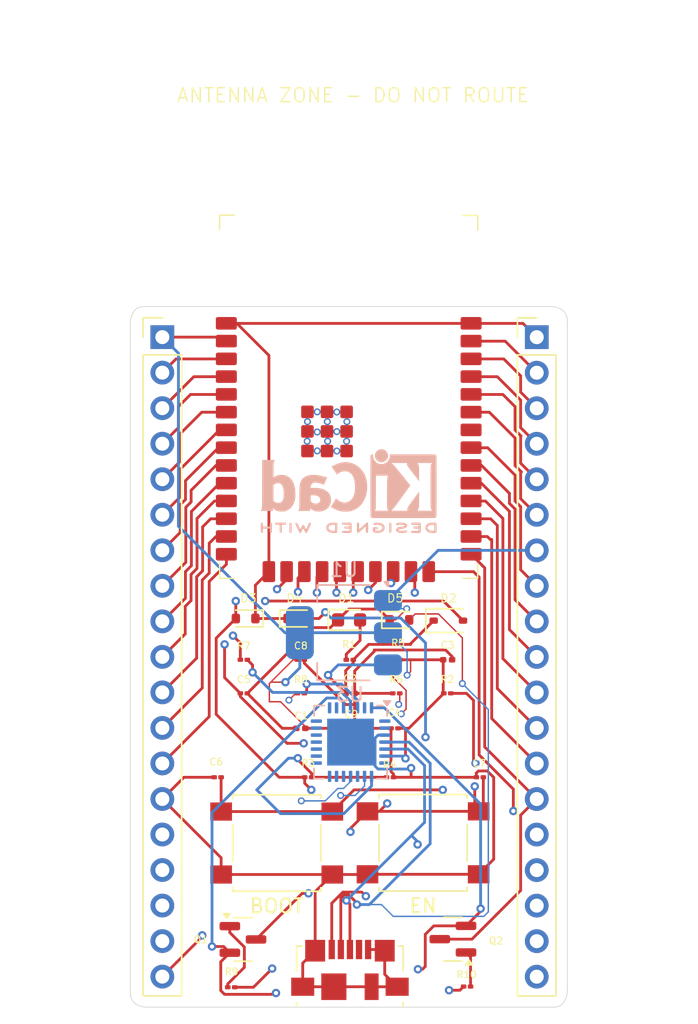
<source format=kicad_pcb>
(kicad_pcb (version 20241229) (generator "pcbnew") (generator_version "9.0")
  (layers (0 "F.Cu" signal) (4 "In1.Cu" signal) (6 "In2.Cu" signal) (2 "B.Cu" signal) (13 "F.Paste" user) (15 "B.Paste" user) (5 "F.SilkS" user "F.Silkscreen") (7 "B.SilkS" user "B.Silkscreen") (1 "F.Mask" user) (3 "B.Mask" user) (25 "Edge.Cuts" user))
  (net 0 "")
  (net 1 "GND")
  (net 2 "/VDD33")
  (net 3 "/EXT_5V")
  (net 4 "/EN")
  (net 6 "Net-(D1-A)")
  (net 7 "/VBUS")
  (net 8 "/USB_DN")
  (net 9 "/USB_DP")
  (net 10 "/SD2")
  (net 11 "/SENSOR_VP")
  (net 12 "/IO35")
  (net 13 "/IO12")
  (net 14 "/IO14")
  (net 15 "/IO25")
  (net 16 "/IO32")
  (net 17 "/IO34")
  (net 18 "/SD3")
  (net 19 "/SENSOR_VN")
  (net 20 "/IO33")
  (net 21 "/CMD")
  (net 22 "/IO26")
  (net 23 "/IO27")
  (net 24 "/IO13")
  (net 25 "/SD0")
  (net 26 "/TXD0")
  (net 27 "/IO19")
  (net 28 "/IO22")
  (net 29 "/IO2")
  (net 30 "/IO23")
  (net 31 "/IO15")
  (net 32 "/IO0")
  (net 33 "/IO17")
  (net 34 "/IO16")
  (net 35 "/IO18")
  (net 36 "/SD1")
  (net 37 "/IO4")
  (net 38 "/IO21")
  (net 39 "/CLK")
  (net 40 "/IO5")
  (net 41 "/RXD0")
  (net 43 "/RTS")
  (net 44 "Net-(Q1-B)")
  (net 45 "Net-(Q2-B)")
  (net 46 "/DTR")
  (net 47 "Net-(U3-VBUS)")
  (net 48 "Net-(U3-~{RST})")
  (net 49 "Net-(U3-~{SUSPEND})")
  (net 50 "/RXD")
  (net 51 "/TXD")
  (footprint "Resistor_SMD:R_01005_0402Metric" (layer "F.Cu") (at 104.2376 121.4628)
    (property "Reference" "R10")
    (property "Value" "10K(5%)" (hide yes))
  )
  (footprint "Resistor_SMD:R_01005_0402Metric" (layer "F.Cu") (at 95.85 98.1 180)
    (property "Reference" "R1")
    (property "Value" "2K(5%)" (hide yes))
  )
  (footprint "Connector_USB:USB_Micro-B_Molex_47346-0001" (layer "F.Cu") (at 95.8625 120.275)
    (property "Reference" "J3" (hide yes))
    (property "Value" "USB_B_Micro" (hide yes))
  )
  (footprint "Diode_SMD:D_SOD-523" (layer "F.Cu") (at 99.4 95.25)
    (property "Reference" "D5")
    (property "Value" "D_TVS" (hide yes))
  )
  (footprint "Capacitor_SMD:C_01005_0402Metric" (layer "F.Cu") (at 105.15 106.5 180)
    (property "Reference" "C7")
    (property "Value" "0.1uF/50V(10%)" (hide yes))
  )
  (footprint "Resistor_SMD:R_01005_0402Metric" (layer "F.Cu") (at 99.2 98.1 180)
    (property "Reference" "R5")
    (property "Value" "2K(5%)" (hide yes))
  )
  (footprint "Diode_SMD:D_SOD-523" (layer "F.Cu") (at 88.4032 95.1484 180)
    (property "Reference" "D3")
    (property "Value" "D_TVS" (hide yes))
  )
  (footprint "Diode_SMD:D_SOD-323" (layer "F.Cu") (at 102.9 95.3)
    (property "Reference" "D2")
    (property "Value" "D_Schottky" (hide yes))
  )
  (footprint "Button_Switch_SMD:SW_SPST_B3S-1000" (layer "F.Cu") (at 90.6272 111.2012 180)
    (property "Reference" "BOOT")
    (property "Value" "SW_Push" (hide yes))
  )
  (footprint "Resistor_SMD:R_01005_0402Metric" (layer "F.Cu") (at 92.8794 106.5)
    (property "Reference" "R3")
    (property "Value" "22.1K(1%)" (hide yes))
  )
  (footprint "Resistor_SMD:R_01005_0402Metric" (layer "F.Cu") (at 98.725 106.5 180)
    (property "Reference" "R4")
    (property "Value" "47.5K(1%)" (hide yes))
  )
  (footprint "Resistor_SMD:R_01005_0402Metric" (layer "F.Cu") (at 92.35 100.5)
    (property "Reference" "R8")
    (property "Value" "0R(5%)" (hide yes))
  )
  (footprint "Capacitor_SMD:C_01005_0402Metric" (layer "F.Cu") (at 95.95 103)
    (property "Reference" "C9")
    (property "Value" "10uF/10V(20%)" (hide yes))
  )
  (footprint "Connector_PinHeader_2.54mm:PinHeader_1x19_P2.54mm_Vertical" (layer "F.Cu") (at 82.4484 75.0316)
    (property "Reference" "J1" (hide yes))
    (property "Value" "Conn_01x19_Pin" (hide yes))
  )
  (footprint "Capacitor_SMD:C_01005_0402Metric" (layer "F.Cu") (at 99.05 103 180)
    (property "Reference" "C4")
    (property "Value" "0.1uF/50V(10%)" (hide yes))
  )
  (footprint "Resistor_SMD:R_01005_0402Metric" (layer "F.Cu") (at 102.825 100.5)
    (property "Reference" "R2")
    (property "Value" "10K(5%)" (hide yes))
  )
  (footprint "Capacitor_SMD:C_0201_0603Metric" (layer "F.Cu") (at 102.85 98.1)
    (property "Reference" "C3")
    (property "Value" "22uF/10V(20%)" (hide yes))
  )
  (footprint "Capacitor_SMD:C_0201_0603Metric" (layer "F.Cu") (at 92.35 103 180)
    (property "Reference" "C1")
    (property "Value" "22uF/10V(20%)" (hide yes))
  )
  (footprint "Capacitor_SMD:C_01005_0402Metric" (layer "F.Cu") (at 88.275 100.5)
    (property "Reference" "C5")
    (property "Value" "0.1uF/50V(10%)" (hide yes))
  )
  (footprint "Diode_SMD:D_SOD-523" (layer "F.Cu") (at 92.1 95.1484)
    (property "Reference" "D4")
    (property "Value" "D_TVS" (hide yes))
  )
  (footprint "Resistor_SMD:R_01005_0402Metric" (layer "F.Cu") (at 87.376 121.5136 180)
    (property "Reference" "R9")
    (property "Value" "10K(5%)" (hide yes))
  )
  (footprint "Capacitor_SMD:C_01005_0402Metric" (layer "F.Cu") (at 92.35 98.1)
    (property "Reference" "C8")
    (property "Value" "0.1uF/50V(10%)" (hide yes))
  )
  (footprint "Resistor_SMD:R_01005_0402Metric" (layer "F.Cu") (at 99.175 100.5)
    (property "Reference" "R6")
    (property "Value" "10K(5%)" (hide yes))
  )
  (footprint "LED_SMD:LED_0603_1608Metric" (layer "F.Cu") (at 95.8 95.25)
    (property "Reference" "D1")
    (property "Value" "LED" (hide yes))
  )
  (footprint "Package_TO_SOT_SMD:SOT-23" (layer "F.Cu") (at 103.2256 118.0733 180)
    (property "Reference" "Q2")
    (property "Value" "SS8050" (hide yes))
  )
  (footprint "Button_Switch_SMD:SW_SPST_B3S-1000" (layer "F.Cu") (at 101.092 111.1864 180)
    (property "Reference" "EN")
    (property "Value" "SW_Push" (hide yes))
  )
  (footprint "esp32:Untitled" (layer "F.Cu") (at 95.775 79.055)
    (property "Reference" "U2" (hide yes))
    (property "Value" "~" (hide yes))
  )
  (footprint "Resistor_SMD:R_01005_0402Metric" (layer "F.Cu") (at 88.275 98.1)
    (property "Reference" "R7")
    (property "Value" "0R(5%)" (hide yes))
  )
  (footprint "Capacitor_SMD:C_0201_0603Metric" (layer "F.Cu") (at 95.88 100.5)
    (property "Reference" "C2")
    (property "Value" "22uF/10V(20%)" (hide yes))
  )
  (footprint "Package_TO_SOT_SMD:SOT-23" (layer "F.Cu") (at 88.2119 118.0948)
    (property "Reference" "Q1")
    (property "Value" "SS8050" (hide yes))
  )
  (footprint "Connector_PinHeader_2.54mm:PinHeader_1x19_P2.54mm_Vertical" (layer "F.Cu") (at 109.22 75.0366)
    (property "Reference" "J2" (hide yes))
    (property "Value" "Conn_01x19_Pin" (hide yes))
  )
  (footprint "Capacitor_SMD:C_01005_0402Metric" (layer "F.Cu") (at 86.4 106.5 180)
    (property "Reference" "C6")
    (property "Value" "0.1uF/50V(10%)" (hide yes))
  )
  (footprint "Package_TO_SOT_SMD:SOT-223-3_TabPin2" (layer "B.Cu") (at 95.4322 96.1644 180)
    (property "Reference" "U1")
    (property "Value" "AMS1117-3.3")
  )
  (footprint "Package_DFN_QFN:QFN-28-1EP_5x5mm_P0.5mm_EP3.35x3.35mm" (layer "B.Cu") (at 95.908 103.9852 180)
    (property "Reference" "U3")
    (property "Value" "CP2102N-Axx-xQFN28")
  )
  (footprint "Symbol:KiCad-Logo2_5mm_SilkScreen" (layer "B.Cu") (at 95.775 86.025 180)
    (property "Reference" "REF**" (hide yes))
    (property "Value" "KiCad-Logo2_5mm_SilkScreen" (hide yes))
  )
  (gr_curve (pts (xy 110.3884 122.936) (xy 111.4044 122.936) (xy 111.4044 121.8184) (xy 111.4044 121.7676)) (stroke (width 0.05)) (layer "Edge.Cuts"))
  (gr_line (start 110.3884 122.936) (end 81.3308 122.936) (stroke (width 0.05)) (layer "Edge.Cuts"))
  (gr_line (start 80.1624 121.92) (end 80.1624 74.0156) (stroke (width 0.05)) (layer "Edge.Cuts"))
  (gr_curve (pts (xy 81.1784 72.8472) (xy 80.1624 72.8472) (xy 80.1624 73.9648) (xy 80.1624 74.0156)) (stroke (width 0.05)) (layer "Edge.Cuts"))
  (gr_curve (pts (xy 80.1624 121.92) (xy 80.1624 122.936) (xy 81.28 122.936) (xy 81.3308 122.936)) (stroke (width 0.05)) (layer "Edge.Cuts"))
  (gr_curve (pts (xy 111.4044 73.8632) (xy 111.4044 72.8472) (xy 110.2868 72.8472) (xy 110.236 72.8472)) (stroke (width 0.05)) (layer "Edge.Cuts"))
  (gr_line (start 111.4044 73.8632) (end 111.4044 121.7676) (stroke (width 0.05)) (layer "Edge.Cuts"))
  (gr_line (start 81.1784 72.8472) (end 110.236 72.8472) (stroke (width 0.05)) (layer "Edge.Cuts"))
  (segment (start 89.1032 95.1484) (end 91.4 95.1484) (width 0.2) (layer "F.Cu") (net 1))
  (segment (start 105.682824 106.049) (end 105.051 106.049) (width 0.2) (layer "F.Cu") (net 1))
  (segment (start 88.525 100.5) (end 91.4 97.625) (width 0.2) (layer "F.Cu") (net 1))
  (segment (start 92.4875 121.475) (end 92.4875 119.7875) (width 0.2) (layer "F.Cu") (net 1))
  (segment (start 98.8 106.091176) (end 98.975 106.266176) (width 0.2) (layer "F.Cu") (net 1))
  (segment (start 93.375 118.9) (end 93.375 114.6784) (width 0.2) (layer "F.Cu") (net 1))
  (segment (start 95.7885 94.474) (end 95.0125 95.25) (width 0.2) (layer "F.Cu") (net 1))
  (segment (start 97.6 97.5) (end 96.2 98.9) (width 0.2) (layer "F.Cu") (net 1))
  (segment (start 97.1625 118.815) (end 98.265 118.815) (width 0.2) (layer "F.Cu") (net 1))
  (segment (start 104.9 106.2) (end 104.9 106.5) (width 0.2) (layer "F.Cu") (net 1))
  (segment (start 98.975 106.5) (end 100.3 106.5) (width 0.2) (layer "F.Cu") (net 1))
  (segment (start 105.051 106.049) (end 104.9 106.2) (width 0.2) (layer "F.Cu") (net 1))
  (segment (start 89.1032 92.7676) (end 90.0688 91.802) (width 0.2) (layer "F.Cu") (net 1))
  (segment (start 91.4 97.625) (end 91.4 95.1484) (width 0.2) (layer "F.Cu") (net 1))
  (segment (start 89.1032 95.1484) (end 89.1032 92.7676) (width 0.2) (layer "F.Cu") (net 1))
  (segment (start 97.6 97.4) (end 97.6 97.5) (width 0.2) (layer "F.Cu") (net 1))
  (segment (start 99.123235 95.25) (end 99.92307 94.450165) (width 0.1) (layer "F.Cu") (net 1))
  (segment (start 98.8 103) (end 98.8 106.091176) (width 0.2) (layer "F.Cu") (net 1))
  (segment (start 96.2 101.3) (end 96.2 103) (width 0.2) (layer "F.Cu") (net 1))
  (segment (start 98.7 95.25) (end 97.924 94.474) (width 0.2) (layer "F.Cu") (net 1))
  (segment (start 103.17 98.1) (end 103.17 97.87) (width 0.2) (layer "F.Cu") (net 1))
  (segment (start 98.35 118.9) (end 98.35 120.5875) (width 0.2) (layer "F.Cu") (net 1))
  (segment (start 104.5288 74.052) (end 87.0288 74.052) (width 0.2) (layer "F.Cu") (net 1))
  (segment (start 86.6522 112.2554) (end 82.4484 108.0516) (width 0.2) (layer "F.Cu") (net 1))
  (segment (start 92.5 95.7994) (end 92.051 95.7994) (width 0.2) (layer "F.Cu") (net 1))
  (segment (start 94.4631 95.7994) (end 92.5 95.7994) (width 0.2) (layer "F.Cu") (net 1))
  (segment (start 105.067 113.4364) (end 106.143 112.3604) (width 0.2) (layer "F.Cu") (net 1))
  (segment (start 94.6022 113.4512) (end 97.1022 113.4512) (width 0.2) (layer "F.Cu") (net 1))
  (segment (start 98.8 103) (end 96.2 103) (width 0.2) (layer "F.Cu") (net 1))
  (segment (start 97.924 94.474) (end 95.7885 94.474) (width 0.2) (layer "F.Cu") (net 1))
  (segment (start 92.051 95.7994) (end 91.4 95.1484) (width 0.2) (layer "F.Cu") (net 1))
  (segment (start 100.235027 106.435027) (end 100.3 106.5) (width 0.2) (layer "F.Cu") (net 1))
  (segment (start 91.025 103) (end 88.525 100.5) (width 0.2) (layer "F.Cu") (net 1))
  (segment (start 90.0688 76.342001) (end 87.778799 74.052) (width 0.2) (layer "F.Cu") (net 1))
  (segment (start 94.6022 113.4512) (end 86.6522 113.4512) (width 0.2) (layer "F.Cu") (net 1))
  (segment (start 97.1022 113.4512) (end 97.117 113.4364) (width 0.2) (layer "F.Cu") (net 1))
  (segment (start 99.2375 121.475) (end 97.4125 121.475) (width 0.2) (layer "F.Cu") (net 1))
  (segment (start 84 106.5) (end 82.4484 108.0516) (width 0.2) (layer "F.Cu") (net 1))
  (segment (start 90.0688 91.802) (end 90.0688 76.342001) (width 0.2) (layer "F.Cu") (net 1))
  (segment (start 108.2354 74.052) (end 104.5288 74.052) (width 0.2) (layer "F.Cu") (net 1))
  (segment (start 94.7125 121.475) (end 92.4875 121.475) (width 0.2) (layer "F.Cu") (net 1))
  (segment (start 96.2 98.9) (end 96.2 100.5) (width 0.2) (layer "F.Cu") (net 1))
  (segment (start 86.15 106.5) (end 84 106.5) (width 0.2) (layer "F.Cu") (net 1))
  (segment (start 93.375 114.6784) (end 94.6022 113.4512) (width 0.2) (layer "F.Cu") (net 1))
  (segment (start 97.117 113.4364) (end 105.067 113.4364) (width 0.2) (layer "F.Cu") (net 1))
  (segment (start 92.6 98.33987) (end 95.56013 101.3) (width 0.2) (layer "F.Cu") (net 1))
  (segment (start 98.7 95.25) (end 99.123235 95.25) (width 0.1) (layer "F.Cu") (net 1))
  (segment (start 100.235027 105.843097) (end 100.235027 106.435027) (width 0.2) (layer "F.Cu") (net 1))
  (segment (start 109.22 75.0366) (end 108.2354 74.052) (width 0.2) (layer "F.Cu") (net 1))
  (segment (start 98.265 118.815) (end 98.35 118.9) (width 0.2) (layer "F.Cu") (net 1))
  (segment (start 98.35 120.5875) (end 99.2375 121.475) (width 0.2) (layer "F.Cu") (net 1))
  (segment (start 95.0125 95.25) (end 94.4631 95.7994) (width 0.2) (layer "F.Cu") (net 1))
  (segment (start 92.03 103) (end 91.025 103) (width 0.2) (layer "F.Cu") (net 1))
  (segment (start 86.6522 113.4512) (end 86.6522 112.2554) (width 0.2) (layer "F.Cu") (net 1))
  (segment (start 103.17 97.87) (end 102.7 97.4) (width 0.2) (layer "F.Cu") (net 1))
  (segment (start 102.7 97.4) (end 97.6 97.4) (width 0.2) (layer "F.Cu") (net 1))
  (segment (start 92.6 98.1) (end 92.6 98.33987) (width 0.2) (layer "F.Cu") (net 1))
  (segment (start 95.56013 101.3) (end 96.2 101.3) (width 0.2) (layer "F.Cu") (net 1))
  (segment (start 96.2 100.5) (end 96.2 101.3) (width 0.2) (layer "F.Cu") (net 1))
  (segment (start 106.143 106.509176) (end 105.682824 106.049) (width 0.2) (layer "F.Cu") (net 1))
  (segment (start 96.2 100.5) (end 98.925 100.5) (width 0.2) (layer "F.Cu") (net 1))
  (segment (start 106.143 112.3604) (end 106.143 106.509176) (width 0.2) (layer "F.Cu") (net 1))
  (segment (start 98.975 106.266176) (end 98.975 106.5) (width 0.2) (layer "F.Cu") (net 1))
  (segment (start 92.6 95.8994) (end 92.5 95.7994) (width 0.2) (layer "F.Cu") (net 1))
  (segment (start 92.6 98.1) (end 92.6 95.8994) (width 0.2) (layer "F.Cu") (net 1))
  (segment (start 87.778799 74.052) (end 87.0288 74.052) (width 0.2) (layer "F.Cu") (net 1))
  (segment (start 92.4875 119.7875) (end 93.375 118.9) (width 0.2) (layer "F.Cu") (net 1))
  (segment (start 97.4125 121.475) (end 94.7125 121.475) (width 0.2) (layer "F.Cu") (net 1))
  (segment (start 100.3 106.5) (end 104.9 106.5) (width 0.2) (layer "F.Cu") (net 1))
  (via (at 100.235027 105.843097) (size 0.6) (drill 0.3) (layers "F.Cu" "B.Cu") (net 1))
  (via (at 99.92307 94.450165) (size 0.5) (drill 0.3) (layers "F.Cu" "B.Cu") (net 1))
  (segment (start 99.167965 94.450165) (end 98.5822 93.8644) (width 0.1) (layer "B.Cu") (net 1))
  (segment (start 97.657 103.70533) (end 97.657 105.699998) (width 0.2) (layer "B.Cu") (net 1))
  (segment (start 98.358 103.4852) (end 97.87713 103.4852) (width 0.2) (layer "B.Cu") (net 1))
  (segment (start 98.5822 93.8644) (end 102.17 90.2766) (width 0.2) (layer "B.Cu") (net 1))
  (segment (start 102.17 90.2766) (end 109.22 90.2766) (width 0.2) (layer "B.Cu") (net 1))
  (segment (start 97.868202 105.9112) (end 100.166924 105.9112) (width 0.2) (layer "B.Cu") (net 1))
  (segment (start 100.166924 105.9112) (end 100.235027 105.843097) (width 0.2) (layer "B.Cu") (net 1))
  (segment (start 99.92307 94.450165) (end 99.167965 94.450165) (width 0.1) (layer "B.Cu") (net 1))
  (segment (start 97.657 105.699998) (end 97.868202 105.9112) (width 0.2) (layer "B.Cu") (net 1))
  (segment (start 97.87713 103.4852) (end 97.657 103.70533) (width 0.2) (layer "B.Cu") (net 1))
  (segment (start 86.7384 75.0316) (end 87.0288 75.322) (width 0.2) (layer "F.Cu") (net 2))
  (segment (start 102.53 100.455) (end 102.575 100.5) (width 0.2) (layer "F.Cu") (net 2))
  (segment (start 82.4484 75.0316) (end 86.7384 75.0316) (width 0.2) (layer "F.Cu") (net 2))
  (segment (start 92.67 102.87) (end 92.67 103) (width 0.1) (layer "F.Cu") (net 2))
  (segment (start 90.1 99.8) (end 90.1 101.1) (width 0.1) (layer "F.Cu") (net 2))
  (segment (start 90.2 99.7) (end 90.1 99.8) (width 0.1) (layer "F.Cu") (net 2))
  (segment (start 102.53 98.1) (end 102.53 100.455) (width 0.2) (layer "F.Cu") (net 2))
  (segment (start 90.1 101.1) (end 90.9 101.1) (width 0.1) (layer "F.Cu") (net 2))
  (segment (start 99.834785 105.150415) (end 99.834785 103.034785) (width 0.2) (layer "F.Cu") (net 2))
  (segment (start 92.1 98.1) (end 91.8 98.1) (width 0.1) (layer "F.Cu") (net 2))
  (segment (start 99.45 98.1) (end 100.2 98.1) (width 0.2) (layer "F.Cu") (net 2))
  (segment (start 99.8 103) (end 100.075 103) (width 0.2) (layer "F.Cu") (net 2))
  (segment (start 91.8 98.1) (end 90.1 99.8) (width 0.1) (layer "F.Cu") (net 2))
  (segment (start 100.2 98.95) (end 100.2 98.1) (width 0.1) (layer "F.Cu") (net 2))
  (segment (start 99.834785 103.034785) (end 99.8 103) (width 0.2) (layer "F.Cu") (net 2))
  (segment (start 100.2 98.1) (end 102.53 98.1) (width 0.2) (layer "F.Cu") (net 2))
  (segment (start 91.250707 99.7) (end 90.2 99.7) (width 0.1) (layer "F.Cu") (net 2))
  (segment (start 100.075 103) (end 102.575 100.5) (width 0.2) (layer "F.Cu") (net 2))
  (segment (start 99.3 103) (end 99.8 103) (width 0.2) (layer "F.Cu") (net 2))
  (segment (start 99.95 99.2) (end 100.2 98.95) (width 0.1) (layer "F.Cu") (net 2))
  (segment (start 95.7 103) (end 92.67 103) (width 0.2) (layer "F.Cu") (net 2))
  (segment (start 90.9 101.1) (end 92.67 102.87) (width 0.1) (layer "F.Cu") (net 2))
  (via (at 99.95 99.2) (size 0.5) (drill 0.3) (layers "F.Cu" "B.Cu") (net 2))
  (via (at 99.834785 105.150415) (size 0.6) (drill 0.3) (layers "F.Cu" "B.Cu") (net 2))
  (via (at 91.250707 99.7) (size 0.6) (drill 0.3) (layers "F.Cu" "B.Cu") (net 2))
  (segment (start 92.2822 96.1644) (end 91.214457 96.1644) (width 0.2) (layer "B.Cu") (net 2))
  (segment (start 98.5822 96.1644) (end 99.95 97.5322) (width 0.1) (layer "B.Cu") (net 2))
  (segment (start 99.95 97.5322) (end 99.95 99.2) (width 0.1) (layer "B.Cu") (net 2))
  (segment (start 98.358 104.9852) (end 99.66957 104.9852) (width 0.2) (layer "B.Cu") (net 2))
  (segment (start 83.5994 88.549343) (end 83.5994 76.1826) (width 0.2) (layer "B.Cu") (net 2))
  (segment (start 91.250707 99.7) (end 92.2822 98.668507) (width 0.2) (layer "B.Cu") (net 2))
  (segment (start 99.66957 104.9852) (end 99.834785 105.150415) (width 0.2) (layer "B.Cu") (net 2))
  (segment (start 91.214457 96.1644) (end 83.5994 88.549343) (width 0.2) (layer "B.Cu") (net 2))
  (segment (start 83.5994 76.1826) (end 82.4484 75.0316) (width 0.2) (layer "B.Cu") (net 2))
  (segment (start 98.5822 96.1644) (end 94.2 96.1644) (width 0.2) (layer "B.Cu") (net 2))
  (segment (start 92.2822 98.668507) (end 92.2822 96.1644) (width 0.2) (layer "B.Cu") (net 2))
  (segment (start 94.2 96.1644) (end 92.2822 96.1644) (width 0.2) (layer "B.Cu") (net 2))
  (segment (start 100.2 96.95) (end 101.85 95.3) (width 0.2) (layer "F.Cu") (net 3))
  (segment (start 94.3 99.191342) (end 94.3 99.24) (width 0.2) (layer "F.Cu") (net 3))
  (segment (start 96.1 98.1) (end 97.2 97) (width 0.2) (layer "F.Cu") (net 3))
  (segment (start 82.4484 120.7516) (end 85.3 117.9) (width 0.2) (layer "F.Cu") (net 3))
  (segment (start 85.3 117.9) (end 85.3 117.8) (width 0.2) (layer "F.Cu") (net 3))
  (segment (start 97.2 97) (end 100.2 97) (width 0.2) (layer "F.Cu") (net 3))
  (segment (start 95.56 100.5) (end 95.56 98.873824) (width 0.2) (layer "F.Cu") (net 3))
  (segment (start 96.1 98.333824) (end 96.1 98.1) (width 0.2) (layer "F.Cu") (net 3))
  (segment (start 100.2 97) (end 100.2 96.95) (width 0.2) (layer "F.Cu") (net 3))
  (segment (start 95.56 98.873824) (end 96.1 98.333824) (width 0.2) (layer "F.Cu") (net 3))
  (segment (start 94.3 99.24) (end 95.56 100.5) (width 0.2) (layer "F.Cu") (net 3))
  (via (at 94.3 99.191342) (size 0.6) (drill 0.3) (layers "F.Cu" "B.Cu") (net 3))
  (via (at 85.3 117.8) (size 0.6) (drill 0.3) (layers "F.Cu" "B.Cu") (net 3))
  (segment (start 95.026942 98.4644) (end 94.3 99.191342) (width 0.2) (layer "B.Cu") (net 3))
  (segment (start 98.5822 98.4644) (end 95.026942 98.4644) (width 0.2) (layer "B.Cu") (net 3))
  (segment (start 104.699 101) (end 104.699 105.346606) (width 0.2) (layer "F.Cu") (net 4))
  (segment (start 95.9 110.4) (end 95.9 110.1534) (width 0.2) (layer "F.Cu") (net 4))
  (segment (start 104.787125 107.15) (end 104.787125 108.656525) (width 0.2) (layer "F.Cu") (net 4))
  (segment (start 97.117 108.9364) (end 97.9636 108.9364) (width 0.2) (layer "F.Cu") (net 4))
  (segment (start 88.025 100.5) (end 86.9 99.375) (width 0.2) (layer "F.Cu") (net 4))
  (segment (start 89.1494 118.0948) (end 92.4442 114.8) (width 0.2) (layer "F.Cu") (net 4))
  (segment (start 104.787125 108.656525) (end 105.067 108.9364) (width 0.2) (layer "F.Cu") (net 4))
  (segment (start 95.9 110.1534) (end 97.117 108.9364) (width 0.2) (layer "F.Cu") (net 4))
  (segment (start 105.067 108.9364) (end 97.117 108.9364) (width 0.2) (layer "F.Cu") (net 4))
  (segment (start 97.9636 108.9364) (end 98.527435 108.372565) (width 0.2) (layer "F.Cu") (net 4))
  (segment (start 104.699 105.346606) (end 104.839796 105.487402) (width 0.2) (layer "F.Cu") (net 4))
  (segment (start 92.4442 114.8) (end 92.9 114.8) (width 0.2) (layer "F.Cu") (net 4))
  (segment (start 103.075 100.5) (end 104.199 100.5) (width 0.2) (layer "F.Cu") (net 4))
  (segment (start 105.4 106.5) (end 105.4 108.6034) (width 0.2) (layer "F.Cu") (net 4))
  (segment (start 82.4484 77.5716) (end 83.428 76.592) (width 0.2) (layer "F.Cu") (net 4))
  (segment (start 105.4 108.6034) (end 105.067 108.9364) (width 0.2) (layer "F.Cu") (net 4))
  (segment (start 83.428 76.592) (end 87.0288 76.592) (width 0.2) (layer "F.Cu") (net 4))
  (segment (start 86.9 99.375) (end 86.9 97) (width 0.2) (layer "F.Cu") (net 4))
  (segment (start 91.363268 104.072092) (end 88.025 100.733824) (width 0.2) (layer "F.Cu") (net 4))
  (segment (start 92.558333 104.072092) (end 91.363268 104.072092) (width 0.2) (layer "F.Cu") (net 4))
  (segment (start 104.199 100.5) (end 104.699 101) (width 0.2) (layer "F.Cu") (net 4))
  (segment (start 88.025 100.733824) (end 88.025 100.5) (width 0.2) (layer "F.Cu") (net 4))
  (via (at 104.839796 105.487402) (size 0.6) (drill 0.3) (layers "F.Cu" "B.Cu") (net 4))
  (via (at 98.527435 108.372565) (size 0.6) (drill 0.3) (layers "F.Cu" "B.Cu") (net 4))
  (via (at 92.558333 104.072092) (size 0.6) (drill 0.3) (layers "F.Cu" "B.Cu") (net 4))
  (via (at 104.787125 107.15) (size 0.6) (drill 0.3) (layers "F.Cu" "B.Cu") (net 4))
  (via (at 86.9 97) (size 0.6) (drill 0.3) (layers "F.Cu" "B.Cu") (net 4))
  (via (at 95.9 110.4) (size 0.6) (drill 0.3) (layers "F.Cu" "B.Cu") (net 4))
  (via (at 92.9 114.8) (size 0.6) (drill 0.3) (layers "F.Cu" "B.Cu") (net 4))
  (segment (start 95.6 98.1) (end 95.6 97.7) (width 0.2) (layer "F.Cu") (net 6))
  (segment (start 96.5875 96.7125) (end 96.5875 95.25) (width 0.2) (layer "F.Cu") (net 6))
  (segment (start 95.6 97.7) (end 96.5875 96.7125) (width 0.2) (layer "F.Cu") (net 6))
  (segment (start 103.95 95.3) (end 102.55 93.9) (width 0.2) (layer "F.Cu") (net 7))
  (segment (start 92.6284 106.9284) (end 92.6284 106.5) (width 0.2) (layer "F.Cu") (net 7))
  (segment (start 93.1 107.4) (end 92.6284 106.9284) (width 0.2) (layer "F.Cu") (net 7))
  (segment (start 95.361721 114.707312) (end 94.5625 115.506533) (width 0.2) (layer "F.Cu") (net 7))
  (segment (start 87.7 93.9) (end 87.7 95.1452) (width 0.2) (layer "F.Cu") (net 7))
  (segment (start 97 115) (end 96.707312 114.707312) (width 0.2) (layer "F.Cu") (net 7))
  (segment (start 87.7 95.1452) (end 87.7032 95.1484) (width 0.2) (layer "F.Cu") (net 7))
  (segment (start 96.9564 115.0436) (end 97 115) (width 0.2) (layer "F.Cu") (net 7))
  (segment (start 94.5625 115.506533) (end 94.5625 118.815) (width 0.2) (layer "F.Cu") (net 7))
  (segment (start 102.55 93.9) (end 89.8 93.9) (width 0.2) (layer "F.Cu") (net 7))
  (segment (start 96.707312 114.707312) (end 95.361721 114.707312) (width 0.2) (layer "F.Cu") (net 7))
  (segment (start 87.7032 95.1484) (end 86.3 96.5516) (width 0.2) (layer "F.Cu") (net 7))
  (segment (start 86.3 102) (end 90.8 106.5) (width 0.2) (layer "F.Cu") (net 7))
  (segment (start 90.8 106.5) (end 92.6294 106.5) (width 0.2) (layer "F.Cu") (net 7))
  (segment (start 86.3 96.5516) (end 86.3 102) (width 0.2) (layer "F.Cu") (net 7))
  (via (at 89.8 93.9) (size 0.6) (drill 0.3) (layers "F.Cu" "B.Cu") (net 7))
  (via (at 97 115) (size 0.6) (drill 0.3) (layers "F.Cu" "B.Cu") (net 7))
  (via (at 93.1 107.4) (size 0.6) (drill 0.3) (layers "F.Cu" "B.Cu") (net 7))
  (via (at 87.7 93.9) (size 0.6) (drill 0.3) (layers "F.Cu" "B.Cu") (net 7))
  (segment (start 92.8 95.1484) (end 93.6516 95.1484) (width 0.2) (layer "F.Cu") (net 8))
  (segment (start 95.611078 115.309312) (end 95.8625 115.560734) (width 0.2) (layer "F.Cu") (net 8))
  (segment (start 93.6516 95.1484) (end 94.1 94.7) (width 0.2) (layer "F.Cu") (net 8))
  (segment (start 95.8625 115.560734) (end 95.8625 118.815) (width 0.2) (layer "F.Cu") (net 8))
  (via (at 100.7 111.3) (size 0.6) (drill 0.3) (layers "F.Cu" "B.Cu") (net 8))
  (via (at 95.611078 115.309312) (size 0.6) (drill 0.3) (layers "F.Cu" "B.Cu") (net 8))
  (via (at 101.268564 103.631436) (size 0.6) (drill 0.3) (layers "F.Cu" "B.Cu") (net 8))
  (via (at 94.1 94.7) (size 0.6) (drill 0.3) (layers "F.Cu" "B.Cu") (net 8))
  (segment (start 98.358 104.4852) (end 100.0181 104.4852) (width 0.2) (layer "B.Cu") (net 8))
  (segment (start 94.1 94.7) (end 94.5134 95.1134) (width 0.2) (layer "B.Cu") (net 8))
  (segment (start 100.260195 110.660195) (end 100.7 111.1) (width 0.2) (layer "B.Cu") (net 8))
  (segment (start 101.268564 96.894756) (end 101.268564 103.631436) (width 0.2) (layer "B.Cu") (net 8))
  (segment (start 100.0181 104.4852) (end 101.199 105.6661) (width 0.2) (layer "B.Cu") (net 8))
  (segment (start 100.260195 110.660195) (end 95.611078 115.309312) (width 0.2) (layer "B.Cu") (net 8))
  (segment (start 100.7 111.1) (end 100.7 111.3) (width 0.2) (layer "B.Cu") (net 8))
  (segment (start 99.487208 95.1134) (end 101.268564 96.894756) (width 0.2) (layer "B.Cu") (net 8))
  (segment (start 94.5134 95.1134) (end 99.487208 95.1134) (width 0.2) (layer "B.Cu") (net 8))
  (segment (start 101.199 105.6661) (end 101.199 109.5) (width 0.2) (layer "B.Cu") (net 8))
  (segment (start 101.199 109.72139) (end 100.260195 110.660195) (width 0.2) (layer "B.Cu") (net 8))
  (segment (start 101.199 109.5) (end 101.199 109.72139) (width 0.2) (layer "B.Cu") (net 8))
  (segment (start 95.777178 114.908312) (end 95.444978 114.908312) (width 0.2) (layer "F.Cu") (net 9))
  (segment (start 100.526 94.824) (end 102.191184 94.824) (width 0.1) (layer "F.Cu") (net 9))
  (segment (start 95.210078 118.812578) (end 95.2125 118.815) (width 0.2) (layer "F.Cu") (net 9))
  (segment (start 102.191184 94.824) (end 103.9 96.532816) (width 0.1) (layer "F.Cu") (net 9))
  (segment (start 95.210078 115.143212) (end 95.210078 118.812578) (width 0.2) (layer "F.Cu") (net 9))
  (segment (start 96.3564 115.6) (end 96.3564 115.487534) (width 0.2) (layer "F.Cu") (net 9))
  (segment (start 96.3564 115.487534) (end 95.777178 114.908312) (width 0.2) (layer "F.Cu") (net 9))
  (segment (start 103.9 96.532816) (end 103.9 99.8) (width 0.1) (layer "F.Cu") (net 9))
  (segment (start 100.1 95.25) (end 100.526 94.824) (width 0.1) (layer "F.Cu") (net 9))
  (segment (start 95.444978 114.908312) (end 95.210078 115.143212) (width 0.2) (layer "F.Cu") (net 9))
  (via (at 103.9 99.8) (size 0.5) (drill 0.3) (layers "F.Cu" "B.Cu") (net 9))
  (via (at 96.3564 115.6) (size 0.6) (drill 0.3) (layers "F.Cu" "B.Cu") (net 9))
  (segment (start 105.434197 116.445035) (end 98.957865 116.445035) (width 0.1) (layer "B.Cu") (net 9))
  (segment (start 100.0852 103.9852) (end 101.6 105.5) (width 0.2) (layer "B.Cu") (net 9))
  (segment (start 101.6 105.5) (end 101.6 111.249943) (width 0.2) (layer "B.Cu") (net 9))
  (segment (start 96.7 115.6) (end 96.3564 115.6) (width 0.2) (layer "B.Cu") (net 9))
  (segment (start 105.756965 101.656965) (end 105.756965 116.122267) (width 0.1) (layer "B.Cu") (net 9))
  (segment (start 101.6 111.249943) (end 97.249943 115.6) (width 0.2) (layer "B.Cu") (net 9))
  (segment (start 97.249943 115.6) (end 96.7 115.6) (width 0.2) (layer "B.Cu") (net 9))
  (segment (start 105.756965 116.122267) (end 105.434197 116.445035) (width 0.1) (layer "B.Cu") (net 9))
  (segment (start 103.9 99.8) (end 105.756965 101.656965) (width 0.1) (layer "B.Cu") (net 9))
  (segment (start 98.358 103.9852) (end 100.0852 103.9852) (width 0.2) (layer "B.Cu") (net 9))
  (segment (start 98.11283 115.6) (end 96.7 115.6) (width 0.1) (layer "B.Cu") (net 9))
  (segment (start 98.957865 116.445035) (end 98.11283 115.6) (width 0.1) (layer "B.Cu") (net 9))
  (segment (start 92.149236 92.261564) (end 92.6088 91.802) (width 0.2) (layer "F.Cu") (net 10))
  (segment (start 92.149236 93.249236) (end 92.149236 92.261564) (width 0.2) (layer "F.Cu") (net 10))
  (via (at 92.149236 93.249236) (size 0.6) (drill 0.3) (layers "F.Cu" "B.Cu") (net 10))
  (segment (start 82.4484 80.1116) (end 84.698 77.862) (width 0.2) (layer "F.Cu") (net 11))
  (segment (start 84.698 77.862) (end 87.0288 77.862) (width 0.2) (layer "F.Cu") (net 11))
  (segment (start 82.4484 87.7316) (end 83.70355 86.47645) (width 0.2) (layer "F.Cu") (net 12))
  (segment (start 83.70355 86.47645) (end 83.70355 84.50355) (width 0.2) (layer "F.Cu") (net 12))
  (segment (start 83.70355 84.50355) (end 86.5351 81.672) (width 0.2) (layer "F.Cu") (net 12))
  (segment (start 86.5351 81.672) (end 87.0288 81.672) (width 0.2) (layer "F.Cu") (net 12))
  (segment (start 87.0288 91.2712) (end 87.0288 90.562) (width 0.2) (layer "F.Cu") (net 13))
  (segment (start 85.8 92.5) (end 87.0288 91.2712) (width 0.2) (layer "F.Cu") (net 13))
  (segment (start 82.4484 105.5116) (end 85.8 102.16) (width 0.2) (layer "F.Cu") (net 13))
  (segment (start 85.8 102.16) (end 85.8 92.5) (width 0.2) (layer "F.Cu") (net 13))
  (segment (start 85.303 100.117) (end 85.303 92.4) (width 0.2) (layer "F.Cu") (net 14))
  (segment (start 85.8 91.903) (end 85.8 89.770801) (width 0.2) (layer "F.Cu") (net 14))
  (segment (start 85.303 92.4) (end 85.8 91.903) (width 0.2) (layer "F.Cu") (net 14))
  (segment (start 86.278801 89.292) (end 87.0288 89.292) (width 0.2) (layer "F.Cu") (net 14))
  (segment (start 85.8 89.770801) (end 86.278801 89.292) (width 0.2) (layer "F.Cu") (net 14))
  (segment (start 82.4484 102.9716) (end 85.303 100.117) (width 0.2) (layer "F.Cu") (net 14))
  (segment (start 82.4484 95.3516) (end 84.1 93.7) (width 0.2) (layer "F.Cu") (net 15))
  (segment (start 84.1 93.7) (end 84.1 91.8) (width 0.2) (layer "F.Cu") (net 15))
  (segment (start 86.54355 85.482) (end 87.0288 85.482) (width 0.2) (layer "F.Cu") (net 15))
  (segment (start 84.52555 87.5) (end 86.54355 85.482) (width 0.2) (layer "F.Cu") (net 15))
  (segment (start 84.1 91.8) (end 84.52555 91.37445) (width 0.2) (layer "F.Cu") (net 15))
  (segment (start 84.52555 91.37445) (end 84.52555 87.5) (width 0.2) (layer "F.Cu") (net 15))
  (segment (start 83.72355 88.99645) (end 83.72355 87.02355) (width 0.2) (layer "F.Cu") (net 16))
  (segment (start 83.72355 87.02355) (end 84.10455 86.64255) (width 0.2) (layer "F.Cu") (net 16))
  (segment (start 84.10455 86.64255) (end 84.10455 85.29545) (width 0.2) (layer "F.Cu") (net 16))
  (segment (start 86.458 82.942) (end 87.0288 82.942) (width 0.2) (layer "F.Cu") (net 16))
  (segment (start 84.10455 85.29545) (end 86.458 82.942) (width 0.2) (layer "F.Cu") (net 16))
  (segment (start 82.4484 90.2716) (end 83.72355 88.99645) (width 0.2) (layer "F.Cu") (net 16))
  (segment (start 83.68355 81.98355) (end 85.2651 80.402) (width 0.2) (layer "F.Cu") (net 17))
  (segment (start 83.68355 83.95645) (end 83.68355 81.98355) (width 0.2) (layer "F.Cu") (net 17))
  (segment (start 82.4484 85.1916) (end 83.68355 83.95645) (width 0.2) (layer "F.Cu") (net 17))
  (segment (start 85.2651 80.402) (end 87.0288 80.402) (width 0.2) (layer "F.Cu") (net 17))
  (segment (start 93.5 93.3) (end 93.5 92.1808) (width 0.2) (layer "F.Cu") (net 18))
  (segment (start 93.5 92.1808) (end 93.8788 91.802) (width 0.2) (layer "F.Cu") (net 18))
  (via (at 93.5 93.3) (size 0.6) (drill 0.3) (layers "F.Cu" "B.Cu") (net 18))
  (segment (start 84.4674 79.132) (end 87.0288 79.132) (width 0.2) (layer "F.Cu") (net 19))
  (segment (start 83.5994 81.5006) (end 83.5994 80) (width 0.2) (layer "F.Cu") (net 19))
  (segment (start 83.5994 80) (end 84.4674 79.132) (width 0.2) (layer "F.Cu") (net 19))
  (segment (start 82.4484 82.6516) (end 83.5994 81.5006) (width 0.2) (layer "F.Cu") (net 19))
  (segment (start 84.50555 86.819) (end 84.50555 85.985251) (width 0.2) (layer "F.Cu") (net 20))
  (segment (start 86.278801 84.212) (end 87.0288 84.212) (width 0.2) (layer "F.Cu") (net 20))
  (segment (start 84.50555 85.985251) (end 86.278801 84.212) (width 0.2) (layer "F.Cu") (net 20))
  (segment (start 84.12455 87.2) (end 84.50555 86.819) (width 0.2) (layer "F.Cu") (net 20))
  (segment (start 82.4484 92.8116) (end 84.12455 91.13545) (width 0.2) (layer "F.Cu") (net 20))
  (segment (start 84.12455 91.13545) (end 84.12455 87.2) (width 0.2) (layer "F.Cu") (net 20))
  (segment (start 94.9 92.0508) (end 95.1488 91.802) (width 0.2) (layer "F.Cu") (net 21))
  (segment (start 94.9 93.3) (end 94.9 92.0508) (width 0.2) (layer "F.Cu") (net 21))
  (via (at 94.9 93.3) (size 0.6) (drill 0.3) (layers "F.Cu" "B.Cu") (net 21))
  (segment (start 82.4484 97.8916) (end 84.08355 96.25645) (width 0.2) (layer "F.Cu") (net 22))
  (segment (start 84.08355 94.28355) (end 84.501 93.8661) (width 0.2) (layer "F.Cu") (net 22))
  (segment (start 84.08355 96.25645) (end 84.08355 94.28355) (width 0.2) (layer "F.Cu") (net 22))
  (segment (start 84.92655 91.57445) (end 84.92655 88) (width 0.2) (layer "F.Cu") (net 22))
  (segment (start 84.92655 88) (end 86.17455 86.752) (width 0.2) (layer "F.Cu") (net 22))
  (segment (start 86.17455 86.752) (end 87.0288 86.752) (width 0.2) (layer "F.Cu") (net 22))
  (segment (start 84.501 92) (end 84.92655 91.57445) (width 0.2) (layer "F.Cu") (net 22))
  (segment (start 84.501 93.8661) (end 84.501 92) (width 0.2) (layer "F.Cu") (net 22))
  (segment (start 84.902 97.978) (end 84.902 92.1661) (width 0.2) (layer "F.Cu") (net 23))
  (segment (start 82.4484 100.4316) (end 84.902 97.978) (width 0.2) (layer "F.Cu") (net 23))
  (segment (start 84.902 92.1661) (end 85.32755 91.74055) (width 0.2) (layer "F.Cu") (net 23))
  (segment (start 85.32755 88.6) (end 85.90555 88.022) (width 0.2) (layer "F.Cu") (net 23))
  (segment (start 85.32755 91.74055) (end 85.32755 88.6) (width 0.2) (layer "F.Cu") (net 23))
  (segment (start 85.90555 88.022) (end 87.0288 88.022) (width 0.2) (layer "F.Cu") (net 23))
  (segment (start 90.650707 93.050707) (end 91.3388 92.362614) (width 0.2) (layer "F.Cu") (net 24))
  (segment (start 91.3388 92.362614) (end 91.3388 91.802) (width 0.2) (layer "F.Cu") (net 24))
  (via (at 90.650707 93.050707) (size 0.6) (drill 0.3) (layers "F.Cu" "B.Cu") (net 24))
  (segment (start 97.168075 93.111304) (end 97.6888 92.590579) (width 0.2) (layer "F.Cu") (net 25))
  (segment (start 97.6888 92.590579) (end 97.6888 91.802) (width 0.2) (layer "F.Cu") (net 25))
  (via (at 97.168075 93.111304) (size 0.6) (drill 0.3) (layers "F.Cu" "B.Cu") (net 25))
  (segment (start 88.025 96.900303) (end 87.5 96.375303) (width 0.2) (layer "F.Cu") (net 26))
  (segment (start 108.06815 81.50475) (end 108.06815 79.53185) (width 0.2) (layer "F.Cu") (net 26))
  (segment (start 88.025 98.1) (end 88.025 96.900303) (width 0.2) (layer "F.Cu") (net 26))
  (segment (start 108.06815 79.53185) (end 106.3983 77.862) (width 0.2) (layer "F.Cu") (net 26))
  (segment (start 109.22 82.6566) (end 108.06815 81.50475) (width 0.2) (layer "F.Cu") (net 26))
  (segment (start 106.3983 77.862) (end 104.5288 77.862) (width 0.2) (layer "F.Cu") (net 26))
  (via (at 87.5 96.375303) (size 0.6) (drill 0.3) (layers "F.Cu" "B.Cu") (net 26))
  (segment (start 109.22 92.8166) (end 108.069 91.6656) (width 0.2) (layer "F.Cu") (net 27))
  (segment (start 105.71 82.942) (end 104.5288 82.942) (width 0.2) (layer "F.Cu") (net 27))
  (segment (start 108.069 91.6656) (end 108.069 87.1527) (width 0.2) (layer "F.Cu") (net 27))
  (segment (start 107.668 84.9) (end 105.71 82.942) (width 0.2) (layer "F.Cu") (net 27))
  (segment (start 108.069 87.1527) (end 107.668 86.7517) (width 0.2) (layer "F.Cu") (net 27))
  (segment (start 107.668 86.7517) (end 107.668 84.9) (width 0.2) (layer "F.Cu") (net 27))
  (segment (start 108.069 78.9656) (end 108.069 77.8) (width 0.2) (layer "F.Cu") (net 28))
  (segment (start 109.22 80.1166) (end 108.069 78.9656) (width 0.2) (layer "F.Cu") (net 28))
  (segment (start 106.861 76.592) (end 104.5288 76.592) (width 0.2) (layer "F.Cu") (net 28))
  (segment (start 108.069 77.8) (end 106.861 76.592) (width 0.2) (layer "F.Cu") (net 28))
  (segment (start 105.1 104.899076) (end 107.546077 107.345153) (width 0.2) (layer "F.Cu") (net 29))
  (segment (start 105.1 92.2) (end 105.1 104.899076) (width 0.2) (layer "F.Cu") (net 29))
  (segment (start 107.546077 107.345153) (end 107.546077 108.913403) (width 0.2) (layer "F.Cu") (net 29))
  (segment (start 101.4988 91.802) (end 104.702 91.802) (width 0.2) (layer "F.Cu") (net 29))
  (segment (start 104.702 91.802) (end 105.1 92.2) (width 0.2) (layer "F.Cu") (net 29))
  (via (at 107.546077 108.913403) (size 0.6) (drill 0.3) (layers "F.Cu" "B.Cu") (net 29))
  (segment (start 109.22 77.5766) (end 106.9654 75.322) (width 0.2) (layer "F.Cu") (net 30))
  (segment (start 106.9654 75.322) (end 104.5288 75.322) (width 0.2) (layer "F.Cu") (net 30))
  (segment (start 100.5 93.3) (end 100.5 92.0732) (width 0.2) (layer "F.Cu") (net 31))
  (segment (start 100.5 92.0732) (end 100.2288 91.802) (width 0.2) (layer "F.Cu") (net 31))
  (via (at 100.5 93.3) (size 0.6) (drill 0.3) (layers "F.Cu" "B.Cu") (net 31))
  (segment (start 109.22 108.0566) (end 105.5 104.3366) (width 0.2) (layer "F.Cu") (net 32))
  (segment (start 102.2881 118.0733) (end 104.592568 118.0733) (width 0.2) (layer "F.Cu") (net 32))
  (segment (start 86.6522 108.9512) (end 94.6022 108.9512) (width 0.2) (layer "F.Cu") (net 32))
  (segment (start 108.069 114.596868) (end 108.069 109.2076) (width 0.2) (layer "F.Cu") (net 32))
  (segment (start 94.6022 108.9512) (end 96.1534 107.4) (width 0.2) (layer "F.Cu") (net 32))
  (segment (start 108.069 109.2076) (end 109.22 108.0566) (width 0.2) (layer "F.Cu") (net 32))
  (segment (start 96.1534 107.4) (end 102.5 107.4) (width 0.2) (layer "F.Cu") (net 32))
  (segment (start 86.65 106.5) (end 86.65 108.949) (width 0.2) (layer "F.Cu") (net 32))
  (segment (start 86.65 108.949) (end 86.6522 108.9512) (width 0.2) (layer "F.Cu") (net 32))
  (segment (start 104.592568 118.0733) (end 108.069 114.596868) (width 0.2) (layer "F.Cu") (net 32))
  (segment (start 105.5 91.5332) (end 104.5288 90.562) (width 0.2) (layer "F.Cu") (net 32))
  (segment (start 105.5 104.3366) (end 105.5 91.5332) (width 0.2) (layer "F.Cu") (net 32))
  (via (at 102.5 107.4) (size 0.6) (drill 0.3) (layers "F.Cu" "B.Cu") (net 32))
  (segment (start 105.552 86.752) (end 104.5288 86.752) (width 0.2) (layer "F.Cu") (net 33))
  (segment (start 106.8 88) (end 105.552 86.752) (width 0.2) (layer "F.Cu") (net 33))
  (segment (start 106.8 98.0166) (end 106.8 88) (width 0.2) (layer "F.Cu") (net 33))
  (segment (start 109.22 100.4366) (end 106.8 98.0166) (width 0.2) (layer "F.Cu") (net 33))
  (segment (start 106.4 100.1566) (end 106.4 88.5) (width 0.2) (layer "F.Cu") (net 34))
  (segment (start 105.922 88.022) (end 104.5288 88.022) (width 0.2) (layer "F.Cu") (net 34))
  (segment (start 109.22 102.9766) (end 106.4 100.1566) (width 0.2) (layer "F.Cu") (net 34))
  (segment (start 106.4 88.5) (end 105.922 88.022) (width 0.2) (layer "F.Cu") (net 34))
  (segment (start 109.22 95.3566) (end 107.668 93.8046) (width 0.2) (layer "F.Cu") (net 35))
  (segment (start 107.668 93.8046) (end 107.668 87.3188) (width 0.2) (layer "F.Cu") (net 35))
  (segment (start 107.267 86.9178) (end 107.267 86.200201) (width 0.2) (layer "F.Cu") (net 35))
  (segment (start 107.668 87.3188) (end 107.267 86.9178) (width 0.2) (layer "F.Cu") (net 35))
  (segment (start 107.267 86.200201) (end 105.278799 84.212) (width 0.2) (layer "F.Cu") (net 35))
  (segment (start 105.278799 84.212) (end 104.5288 84.212) (width 0.2) (layer "F.Cu") (net 35))
  (segment (start 98.8 91.9608) (end 98.9588 91.802) (width 0.2) (layer "F.Cu") (net 36))
  (segment (start 98.8 92.6144) (end 98.8 91.9608) (width 0.2) (layer "F.Cu") (net 36))
  (via (at 98.8 92.6144) (size 0.6) (drill 0.3) (layers "F.Cu" "B.Cu") (net 36))
  (segment (start 105.9 89.5) (end 105.692 89.292) (width 0.2) (layer "F.Cu") (net 37))
  (segment (start 109.22 105.5166) (end 106 102.2966) (width 0.2) (layer "F.Cu") (net 37))
  (segment (start 106 89.5) (end 105.9 89.5) (width 0.2) (layer "F.Cu") (net 37))
  (segment (start 106 102.2966) (end 106 89.5) (width 0.2) (layer "F.Cu") (net 37))
  (segment (start 105.692 89.292) (end 104.5288 89.292) (width 0.2) (layer "F.Cu") (net 37))
  (segment (start 108.12257 84.66627) (end 107.668 84.2117) (width 0.2) (layer "F.Cu") (net 38))
  (segment (start 105.8312 80.402) (end 104.5288 80.402) (width 0.2) (layer "F.Cu") (net 38))
  (segment (start 108.069 86.5856) (end 108.069 84.71984) (width 0.2) (layer "F.Cu") (net 38))
  (segment (start 109.22 87.7366) (end 108.069 86.5856) (width 0.2) (layer "F.Cu") (net 38))
  (segment (start 107.668 84.2117) (end 107.668 82.2388) (width 0.2) (layer "F.Cu") (net 38))
  (segment (start 108.069 84.71984) (end 108.12257 84.66627) (width 0.2) (layer "F.Cu") (net 38))
  (segment (start 107.668 82.2388) (end 105.8312 80.402) (width 0.2) (layer "F.Cu") (net 38))
  (segment (start 96.1 92.1208) (end 96.4188 91.802) (width 0.2) (layer "F.Cu") (net 39))
  (segment (start 96.1 93.3) (end 96.1 92.1208) (width 0.2) (layer "F.Cu") (net 39))
  (via (at 96.1 93.3) (size 0.6) (drill 0.3) (layers "F.Cu" "B.Cu") (net 39))
  (segment (start 105.2641 85.482) (end 104.5288 85.482) (width 0.2) (layer "F.Cu") (net 40))
  (segment (start 107.267 95.9436) (end 107.267 87.4849) (width 0.2) (layer "F.Cu") (net 40))
  (segment (start 109.22 97.8966) (end 107.267 95.9436) (width 0.2) (layer "F.Cu") (net 40))
  (segment (start 107.267 87.4849) (end 105.2641 85.482) (width 0.2) (layer "F.Cu") (net 40))
  (segment (start 91.9832 100.5) (end 91.5 100.9832) (width 0.1) (layer "F.Cu") (net 41))
  (segment (start 107.66715 80) (end 106.79915 79.132) (width 0.2) (layer "F.Cu") (net 41))
  (segment (start 108.069 84.0456) (end 108.069 82.131) (width 0.2) (layer "F.Cu") (net 41))
  (segment (start 106.79915 79.132) (end 104.5288 79.132) (width 0.2) (layer "F.Cu") (net 41))
  (segment (start 109.22 85.1966) (end 108.069 84.0456) (width 0.2) (layer "F.Cu") (net 41))
  (segment (start 92.1 100.5) (end 91.9832 100.5) (width 0.1) (layer "F.Cu") (net 41))
  (segment (start 108.09815 82.10185) (end 107.66715 81.67085) (width 0.2) (layer "F.Cu") (net 41))
  (segment (start 108.069 82.131) (end 108.09815 82.10185) (width 0.2) (layer "F.Cu") (net 41))
  (segment (start 107.66715 81.67085) (end 107.66715 80) (width 0.2) (layer "F.Cu") (net 41))
  (via (at 91.5 100.9832) (size 0.5) (drill 0.3) (layers "F.Cu" "B.Cu") (net 41))
  (segment (start 87.2744 119.0448) (end 86.625 119.6942) (width 0.2) (layer "F.Cu") (net 43))
  (segment (start 103.7254 121.725) (end 103.9876 121.4628) (width 0.2) (layer "F.Cu") (net 43))
  (segment (start 90.482 122.018) (end 90.575 121.925) (width 0.2) (layer "F.Cu") (net 43))
  (segment (start 86.896576 122.018) (end 90.482 122.018) (width 0.2) (layer "F.Cu") (net 43))
  (segment (start 86.625 119.6942) (end 86.625 121.746424) (width 0.2) (layer "F.Cu") (net 43))
  (segment (start 86.8296 118.6) (end 87.2744 119.0448) (width 0.2) (layer "F.Cu") (net 43))
  (segment (start 102.95 121.725) (end 103.7254 121.725) (width 0.2) (layer "F.Cu") (net 43))
  (segment (start 86 118.6) (end 86.8296 118.6) (width 0.2) (layer "F.Cu") (net 43))
  (segment (start 86.625 121.746424) (end 86.896576 122.018) (width 0.2) (layer "F.Cu") (net 43))
  (via (at 102.95 121.725) (size 0.6) (drill 0.3) (layers "F.Cu" "B.Cu") (net 43))
  (via (at 86 118.6) (size 0.6) (drill 0.3) (layers "F.Cu" "B.Cu") (net 43))
  (via (at 90.575 121.925) (size 0.6) (drill 0.3) (layers "F.Cu" "B.Cu") (net 43))
  (segment (start 95.408 101.5352) (end 95.408 101.119402) (width 0.2) (layer "B.Cu") (net 43))
  (segment (start 94.193202 100.8342) (end 86 109.027402) (width 0.2) (layer "B.Cu") (net 43))
  (segment (start 95.122798 100.8342) (end 94.193202 100.8342) (width 0.2) (layer "B.Cu") (net 43))
  (segment (start 95.408 101.119402) (end 95.122798 100.8342) (width 0.2) (layer "B.Cu") (net 43))
  (segment (start 86 109.027402) (end 86 118.6) (width 0.2) (layer "B.Cu") (net 43))
  (segment (start 87.126 121.274) (end 88.3129 120.0871) (width 0.2) (layer "F.Cu") (net 44))
  (segment (start 87.2744 117.599268) (end 87.2744 117.1448) (width 0.2) (layer "F.Cu") (net 44))
  (segment (start 88.3129 120.0871) (end 88.3129 118.637768) (width 0.2) (layer "F.Cu") (net 44))
  (segment (start 87.126 121.5136) (end 87.126 121.274) (width 0.2) (layer "F.Cu") (net 44))
  (segment (start 88.3129 118.637768) (end 87.2744 117.599268) (width 0.2) (layer "F.Cu") (net 44))
  (segment (start 104.4876 119.3478) (end 104.1631 119.0233) (width 0.2) (layer "F.Cu") (net 45))
  (segment (start 104.4876 121.4628) (end 104.4876 119.3478) (width 0.2) (layer "F.Cu") (net 45))
  (segment (start 100.725 120.225) (end 101.047342 120.225) (width 0.2) (layer "F.Cu") (net 46))
  (segment (start 101.2496 117.732332) (end 101.858632 117.1233) (width 0.2) (layer "F.Cu") (net 46))
  (segment (start 105.205965 116.080435) (end 104.1631 117.1233) (width 0.2) (layer "F.Cu") (net 46))
  (segment (start 101.2496 120.022742) (end 101.2496 117.732332) (width 0.2) (layer "F.Cu") (net 46))
  (segment (start 101.047342 120.225) (end 101.2496 120.022742) (width 0.2) (layer "F.Cu") (net 46))
  (segment (start 101.858632 117.1233) (end 104.1631 117.1233) (width 0.2) (layer "F.Cu") (net 46))
  (segment (start 87.626 121.5136) (end 88.9614 121.5136) (width 0.2) (layer "F.Cu") (net 46))
  (segment (start 105.205965 115.894035) (end 105.205965 116.080435) (width 0.2) (layer "F.Cu") (net 46))
  (segment (start 88.9614 121.5136) (end 90.3 120.175) (width 0.2) (layer "F.Cu") (net 46))
  (via (at 105.205965 115.894035) (size 0.6) (drill 0.3) (layers "F.Cu" "B.Cu") (net 46))
  (via (at 90.3 120.175) (size 0.6) (drill 0.3) (layers "F.Cu" "B.Cu") (net 46))
  (via (at 100.725 120.225) (size 0.6) (drill 0.3) (layers "F.Cu" "B.Cu") (net 46))
  (segment (start 105.205965 108.417367) (end 105.205965 115.894035) (width 0.2) (layer "B.Cu") (net 46))
  (segment (start 98.323798 101.5352) (end 105.205965 108.417367) (width 0.2) (layer "B.Cu") (net 46))
  (segment (start 97.408 101.5352) (end 98.323798 101.5352) (width 0.2) (layer "B.Cu") (net 46))
  (segment (start 92.135735 105.135735) (end 92.135735 105.235735) (width 0.2) (layer "F.Cu") (net 47))
  (segment (start 98.475 106.5) (end 93.1294 106.5) (width 0.2) (layer "F.Cu") (net 47))
  (segment (start 92.135735 105.235735) (end 93.1304 106.2304) (width 0.2) (layer "F.Cu") (net 47))
  (segment (start 93.1304 106.2304) (end 93.1304 106.5) (width 0.2) (layer "F.Cu") (net 47))
  (via (at 92.135735 105.135735) (size 0.6) (drill 0.3) (layers "F.Cu" "B.Cu") (net 47))
  (segment (start 90.9 109.1) (end 89.2 107.4) (width 0.2) (layer "B.Cu") (net 47))
  (segment (start 97.408 107.120472) (end 95.428472 109.1) (width 0.2) (layer "B.Cu") (net 47))
  (segment (start 89.2 107.4) (end 91.464265 105.135735) (width 0.2) (layer "B.Cu") (net 47))
  (segment (start 91.6 109.1) (end 90.9 109.1) (width 0.2) (layer "B.Cu") (net 47))
  (segment (start 91.464265 105.135735) (end 92.135735 105.135735) (width 0.2) (layer "B.Cu") (net 47))
  (segment (start 97.408 106.4352) (end 97.408 107.120472) (width 0.2) (layer "B.Cu") (net 47))
  (segment (start 95.428472 109.1) (end 91.6 109.1) (width 0.2) (layer "B.Cu") (net 47))
  (segment (start 99.876 101.624) (end 99.533208 101.966792) (width 0.1) (layer "F.Cu") (net 48))
  (segment (start 98.95 98.1) (end 98.95 99.361888) (width 0.1) (layer "F.Cu") (net 48))
  (segment (start 98.95 99.361888) (end 99.876 100.287888) (width 0.1) (layer "F.Cu") (net 48))
  (segment (start 99.876 100.287888) (end 99.876 101.624) (width 0.1) (layer "F.Cu") (net 48))
  (via (at 95.2 107.8) (size 0.5) (drill 0.3) (layers "F.Cu" "B.Cu") (net 48))
  (via (at 99.533208 101.966792) (size 0.5) (drill 0.3) (layers "F.Cu" "B.Cu") (net 48))
  (segment (start 95.2 107.8) (end 96.232084 107.8) (width 0.1) (layer "B.Cu") (net 48))
  (segment (start 96.908 107.124084) (end 96.908 106.4352) (width 0.1) (layer "B.Cu") (net 48))
  (segment (start 96.232084 107.8) (end 96.816042 107.216042) (width 0.1) (layer "B.Cu") (net 48))
  (segment (start 96.816042 107.216042) (end 96.908 107.124084) (width 0.1) (layer "B.Cu") (net 48))
  (segment (start 99.349999 101.29119) (end 99.425 101.216189) (width 0.1) (layer "F.Cu") (net 49))
  (segment (start 99.425 101.216189) (end 99.425 100.5) (width 0.1) (layer "F.Cu") (net 49))
  (via (at 92.386062 108.186063) (size 0.5) (drill 0.3) (layers "F.Cu" "B.Cu") (net 49))
  (via (at 99.349999 101.29119) (size 0.5) (drill 0.3) (layers "F.Cu" "B.Cu") (net 49))
  (segment (start 95.908 106.798521) (end 95.407521 107.299) (width 0.1) (layer "B.Cu") (net 49))
  (segment (start 95.908 106.4352) (end 95.908 106.798521) (width 0.1) (layer "B.Cu") (net 49))
  (segment (start 95.407521 107.299) (end 94.992479 107.299) (width 0.1) (layer "B.Cu") (net 49))
  (segment (start 94.105416 108.186063) (end 92.386062 108.186063) (width 0.1) (layer "B.Cu") (net 49))
  (segment (start 94.992479 107.299) (end 94.105416 108.186063) (width 0.1) (layer "B.Cu") (net 49))
  (segment (start 88.9 98.475) (end 88.525 98.1) (width 0.2) (layer "F.Cu") (net 50))
  (segment (start 88.9 99) (end 88.9 98.475) (width 0.2) (layer "F.Cu") (net 50))
  (via (at 88.9 99) (size 0.6) (drill 0.3) (layers "F.Cu" "B.Cu") (net 50))
  (segment (start 95.908 101.5352) (end 95.908 101.052302) (width 0.2) (layer "B.Cu") (net 50))
  (segment (start 95.288898 100.4332) (end 90.3332 100.4332) (width 0.2) (layer "B.Cu") (net 50))
  (segment (start 90.3332 100.4332) (end 88.9 99) (width 0.2) (layer "B.Cu") (net 50))
  (segment (start 95.908 101.052302) (end 95.288898 100.4332) (width 0.2) (layer "B.Cu") (net 50))
  (segment (start 92.771406 99.8332) (end 92.771406 100.328594) (width 0.2) (layer "F.Cu") (net 51))
  (segment (start 92.771406 100.328594) (end 92.6 100.5) (width 0.2) (layer "F.Cu") (net 51))
  (via (at 92.771406 99.8332) (size 0.6) (drill 0.3) (layers "F.Cu" "B.Cu") (net 51))
  (segment (start 96.408 101.5352) (end 96.408 100.985202) (width 0.2) (layer "B.Cu") (net 51))
  (segment (start 96.408 100.985202) (end 95.255998 99.8332) (width 0.2) (layer "B.Cu") (net 51))
  (segment (start 95.255998 99.8332) (end 92.771406 99.8332) (width 0.2) (layer "B.Cu") (net 51))
)
</source>
